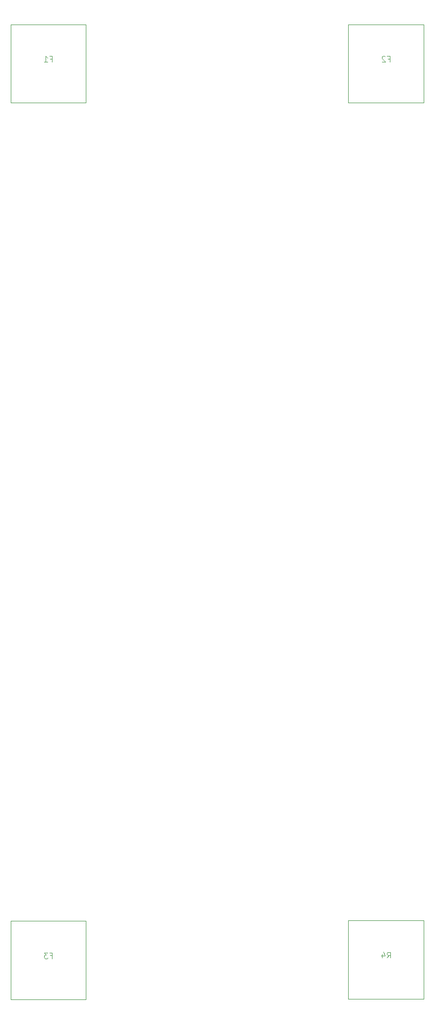
<source format=gbr>
%TF.GenerationSoftware,KiCad,Pcbnew,9.0.6*%
%TF.CreationDate,2026-01-20T20:27:34+11:00*%
%TF.ProjectId,attenuverter,61747465-6e75-4766-9572-7465722e6b69,rev?*%
%TF.SameCoordinates,Original*%
%TF.FileFunction,Legend,Bot*%
%TF.FilePolarity,Positive*%
%FSLAX46Y46*%
G04 Gerber Fmt 4.6, Leading zero omitted, Abs format (unit mm)*
G04 Created by KiCad (PCBNEW 9.0.6) date 2026-01-20 20:27:34*
%MOMM*%
%LPD*%
G01*
G04 APERTURE LIST*
%ADD10C,0.100000*%
G04 APERTURE END LIST*
D10*
X27433333Y-178883609D02*
X27766666Y-178883609D01*
X27766666Y-179407419D02*
X27766666Y-178407419D01*
X27766666Y-178407419D02*
X27290476Y-178407419D01*
X27004761Y-178407419D02*
X26385714Y-178407419D01*
X26385714Y-178407419D02*
X26719047Y-178788371D01*
X26719047Y-178788371D02*
X26576190Y-178788371D01*
X26576190Y-178788371D02*
X26480952Y-178835990D01*
X26480952Y-178835990D02*
X26433333Y-178883609D01*
X26433333Y-178883609D02*
X26385714Y-178978847D01*
X26385714Y-178978847D02*
X26385714Y-179216942D01*
X26385714Y-179216942D02*
X26433333Y-179312180D01*
X26433333Y-179312180D02*
X26480952Y-179359800D01*
X26480952Y-179359800D02*
X26576190Y-179407419D01*
X26576190Y-179407419D02*
X26861904Y-179407419D01*
X26861904Y-179407419D02*
X26957142Y-179359800D01*
X26957142Y-179359800D02*
X27004761Y-179312180D01*
X85566666Y-179307419D02*
X85899999Y-178831228D01*
X86138094Y-179307419D02*
X86138094Y-178307419D01*
X86138094Y-178307419D02*
X85757142Y-178307419D01*
X85757142Y-178307419D02*
X85661904Y-178355038D01*
X85661904Y-178355038D02*
X85614285Y-178402657D01*
X85614285Y-178402657D02*
X85566666Y-178497895D01*
X85566666Y-178497895D02*
X85566666Y-178640752D01*
X85566666Y-178640752D02*
X85614285Y-178735990D01*
X85614285Y-178735990D02*
X85661904Y-178783609D01*
X85661904Y-178783609D02*
X85757142Y-178831228D01*
X85757142Y-178831228D02*
X86138094Y-178831228D01*
X84709523Y-178640752D02*
X84709523Y-179307419D01*
X84947618Y-178259800D02*
X85185713Y-178974085D01*
X85185713Y-178974085D02*
X84566666Y-178974085D01*
X27433333Y-24333609D02*
X27766666Y-24333609D01*
X27766666Y-24857419D02*
X27766666Y-23857419D01*
X27766666Y-23857419D02*
X27290476Y-23857419D01*
X26385714Y-24857419D02*
X26957142Y-24857419D01*
X26671428Y-24857419D02*
X26671428Y-23857419D01*
X26671428Y-23857419D02*
X26766666Y-24000276D01*
X26766666Y-24000276D02*
X26861904Y-24095514D01*
X26861904Y-24095514D02*
X26957142Y-24143133D01*
X85733333Y-24333609D02*
X86066666Y-24333609D01*
X86066666Y-24857419D02*
X86066666Y-23857419D01*
X86066666Y-23857419D02*
X85590476Y-23857419D01*
X85257142Y-23952657D02*
X85209523Y-23905038D01*
X85209523Y-23905038D02*
X85114285Y-23857419D01*
X85114285Y-23857419D02*
X84876190Y-23857419D01*
X84876190Y-23857419D02*
X84780952Y-23905038D01*
X84780952Y-23905038D02*
X84733333Y-23952657D01*
X84733333Y-23952657D02*
X84685714Y-24047895D01*
X84685714Y-24047895D02*
X84685714Y-24143133D01*
X84685714Y-24143133D02*
X84733333Y-24285990D01*
X84733333Y-24285990D02*
X85304761Y-24857419D01*
X85304761Y-24857419D02*
X84685714Y-24857419D01*
%TO.C,F3*%
X33600000Y-172950000D02*
X20600000Y-172950000D01*
X20600000Y-186450000D01*
X33600000Y-186450000D01*
X33600000Y-172950000D01*
%TO.C,R4*%
X91900000Y-172850000D02*
X78900000Y-172850000D01*
X78900000Y-186350000D01*
X91900000Y-186350000D01*
X91900000Y-172850000D01*
%TO.C,F1*%
X33600000Y-18400000D02*
X20600000Y-18400000D01*
X20600000Y-31900000D01*
X33600000Y-31900000D01*
X33600000Y-18400000D01*
%TO.C,F2*%
X91900000Y-18400000D02*
X78900000Y-18400000D01*
X78900000Y-31900000D01*
X91900000Y-31900000D01*
X91900000Y-18400000D01*
%TD*%
M02*

</source>
